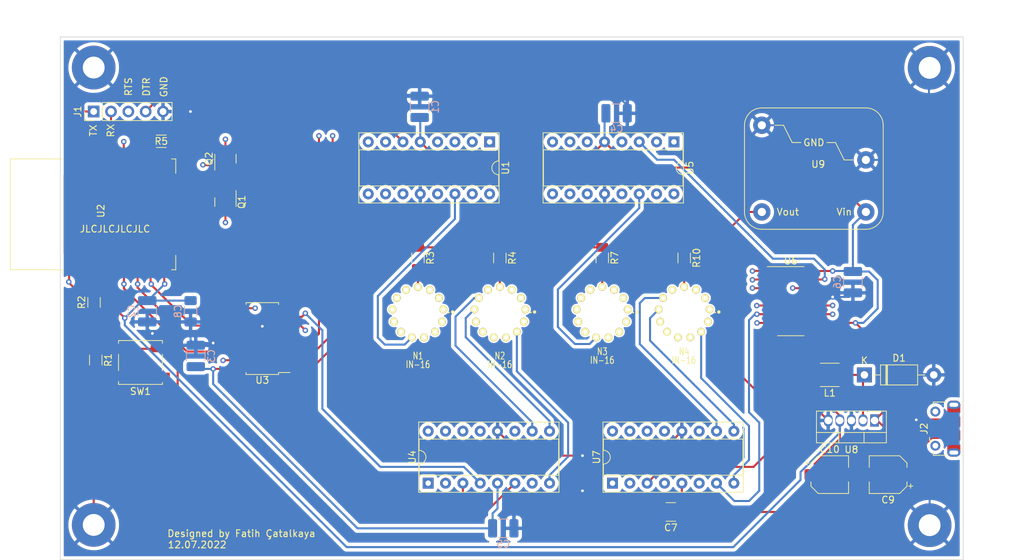
<source format=kicad_pcb>
(kicad_pcb (version 20211014) (generator pcbnew)
  (layers (0 "F.Cu" signal) (1 "In1.Cu" signal) (2 "In2.Cu" signal) (31 "B.Cu" signal) (34 "B.Paste" user) (35 "F.Paste" user) (36 "B.SilkS" user "B.Silkscreen") (37 "F.SilkS" user "F.Silkscreen") (38 "B.Mask" user) (39 "F.Mask" user) (44 "Edge.Cuts" user))
  (net 0 "")
  (net 1 "+5V")
  (net 2 "GND")
  (net 3 "+3.3V")
  (net 4 "Net-(D1-Pad1)")
  (net 5 "/RX")
  (net 6 "/TX")
  (net 7 "/DTR")
  (net 8 "/RTS")
  (net 13 "170V")
  (net 16 "Net-(N1-PadA)")
  (net 17 "Net-(N1-Pad9)")
  (net 18 "Net-(N1-Pad8)")
  (net 19 "Net-(N1-Pad7)")
  (net 20 "Net-(N1-Pad6)")
  (net 21 "Net-(N1-Pad5)")
  (net 22 "Net-(N1-Pad4)")
  (net 23 "Net-(N1-Pad3)")
  (net 24 "Net-(N1-Pad2)")
  (net 25 "Net-(N1-Pad1)")
  (net 26 "Net-(N1-Pad0)")
  (net 29 "Net-(N2-PadA)")
  (net 30 "Net-(N2-Pad9)")
  (net 31 "Net-(N2-Pad8)")
  (net 32 "Net-(N2-Pad7)")
  (net 33 "Net-(N2-Pad6)")
  (net 34 "Net-(N2-Pad5)")
  (net 35 "Net-(N2-Pad4)")
  (net 36 "Net-(N2-Pad3)")
  (net 37 "Net-(N2-Pad2)")
  (net 38 "Net-(N2-Pad1)")
  (net 39 "Net-(N2-Pad0)")
  (net 42 "Net-(N3-PadA)")
  (net 43 "Net-(N3-Pad9)")
  (net 44 "Net-(N3-Pad8)")
  (net 45 "Net-(N3-Pad7)")
  (net 46 "Net-(N3-Pad6)")
  (net 47 "Net-(N3-Pad5)")
  (net 48 "Net-(N3-Pad4)")
  (net 49 "Net-(N3-Pad3)")
  (net 50 "Net-(N3-Pad2)")
  (net 51 "Net-(N3-Pad1)")
  (net 52 "Net-(N3-Pad0)")
  (net 55 "Net-(N4-PadA)")
  (net 56 "Net-(N4-Pad9)")
  (net 57 "Net-(N4-Pad8)")
  (net 58 "Net-(N4-Pad7)")
  (net 59 "Net-(N4-Pad6)")
  (net 60 "Net-(N4-Pad5)")
  (net 61 "Net-(N4-Pad4)")
  (net 62 "Net-(N4-Pad3)")
  (net 63 "Net-(N4-Pad2)")
  (net 64 "Net-(N4-Pad1)")
  (net 65 "Net-(N4-Pad0)")
  (net 66 "RST")
  (net 67 "GPIO0")
  (net 68 "Net-(R2-Pad2)")
  (net 69 "Net-(R5-Pad2)")
  (net 72 "SER")
  (net 73 "RCLK")
  (net 74 "SR_CLK")
  (net 83 "unconnected-(U2-Pad20)")
  (net 84 "Net-(U3-Pad4)")
  (net 85 "Net-(U3-Pad5)")
  (net 86 "Net-(U3-Pad6)")
  (net 87 "Net-(U3-Pad7)")
  (net 88 "Net-(U3-Pad9)")
  (net 89 "Net-(U3-Pad1)")
  (net 90 "Net-(U3-Pad2)")
  (net 91 "Net-(U3-Pad3)")
  (net 92 "Net-(U3-Pad15)")
  (net 93 "Net-(U6-Pad4)")
  (net 94 "Net-(U6-Pad5)")
  (net 95 "Net-(U6-Pad6)")
  (net 96 "Net-(U6-Pad7)")
  (net 98 "Net-(U6-Pad15)")
  (net 99 "Net-(U6-Pad3)")
  (net 100 "Net-(U6-Pad2)")
  (net 101 "Net-(U6-Pad1)")
  (footprint "Capacitor_SMD:CP_Elec_5x3" (layer "F.Cu") (at 177.875 119.63 180)
    (fp_text reference "C9")
    (fp_text value "330uF")
  )
  (footprint "Package_TO_SOT_SMD:SOT-23" (layer "F.Cu") (at 80.8 73.35 90)
    (fp_text reference "Q2")
    (fp_text value "BC847")
  )
  (footprint "Package_SO:SOIC-16_4.55x10.3mm_P1.27mm" (layer "F.Cu") (at 86.2 99.7 180)
    (fp_text reference "U3")
    (fp_text value "74HC595")
  )
  (footprint "Connector_PinHeader_2.54mm:PinHeader_1x05_P2.54mm_Vertical" (layer "F.Cu") (at 61.495 66.44 90)
    (fp_text reference "J1")
    (fp_text value "Conn_01x05_Male")
  )
  (footprint "in-16:russian-nixies-IN-16" (layer "F.Cu") (at 109 95.885 180)
    (fp_text reference "N1")
    (fp_text value "IN-16")
  )
  (footprint "Package_DIP:DIP-16_W7.62mm_Socket" (layer "F.Cu") (at 119.5 70.885 -90)
    (fp_text reference "U1")
    (fp_text value "K155ID1")
  )
  (footprint "Resistor_SMD:R_1206_3216Metric_Pad1.30x1.75mm_HandSolder" (layer "F.Cu") (at 61.55 94.4 90)
    (fp_text reference "R2")
    (fp_text value "10K")
  )
  (footprint "Resistor_SMD:R_1206_3216Metric_Pad1.30x1.75mm_HandSolder" (layer "F.Cu") (at 148 87.885 -90)
    (fp_text reference "R10")
    (fp_text value "10k")
  )
  (footprint "Capacitor_SMD:C_1210_3225Metric_Pad1.33x2.70mm_HandSolder" (layer "F.Cu") (at 146.05 125.1 180)
    (fp_text reference "C7")
    (fp_text value "0.1uF")
  )
  (footprint "Capacitor_SMD:CP_Elec_5x3" (layer "F.Cu") (at 169.325 119.63)
    (fp_text reference "C10")
    (fp_text value "330uF")
  )
  (footprint "in-16:russian-nixies-IN-16" (layer "F.Cu") (at 136 95.885 180)
    (fp_text reference "N3")
    (fp_text value "IN-16")
  )
  (footprint "Package_SO:SOIC-16_3.9x9.9mm_P1.27mm" (layer "F.Cu") (at 163.62 94.225)
    (fp_text reference "U6")
    (fp_text value "74HC595")
  )
  (footprint "Package_TO_SOT_THT:TO-220-5_Vertical" (layer "F.Cu") (at 175.9 111.7 180)
    (fp_text reference "U8")
    (fp_text value "LM2575-3.3BT")
  )
  (footprint "" (layer "F.Cu") (at 183.96 127.04)
    (fp_text reference "")
    (fp_text value "")
  )
  (footprint "Button_Switch_SMD:SW_Push_1P1T_NO_CK_KSC7xxJ" (layer "F.Cu") (at 68.35 103.2)
    (fp_text reference "SW1")
    (fp_text value "SW_Push")
  )
  (footprint "MountingHole:MountingHole_3.2mm_M3_Pad" (layer "F.Cu") (at 64.68 125.67)
    (fp_text reference "H3")
    (fp_text value "MountingHole_Pad")
  )
  (footprint "Connector_USB:USB_Micro-B_Molex-105017-0001" (layer "F.Cu") (at 186.26 112.9 90)
    (fp_text reference "J2")
    (fp_text value "USB_B_Micro")
  )
  (footprint "Resistor_SMD:R_1206_3216Metric_Pad1.30x1.75mm_HandSolder" (layer "F.Cu") (at 121 87.885 -90)
    (fp_text reference "R4")
    (fp_text value "10k")
  )
  (footprint "MountingHole:MountingHole_3.2mm_M3_Pad" (layer "F.Cu") (at 183.88 59.94 90)
    (fp_text reference "H2")
    (fp_text value "MountingHole_Pad")
  )
  (footprint "Diode_THT:D_DO-41_SOD81_P10.16mm_Horizontal" (layer "F.Cu") (at 174.405 105.025)
    (fp_text reference "D1")
    (fp_text value "1N5819")
  )
  (footprint "Package_DIP:DIP-16_W7.62mm_Socket" (layer "F.Cu") (at 137.5 120.885 90)
    (fp_text reference "U7")
    (fp_text value "K155ID1")
  )
  (footprint "MountingHole:MountingHole_3.2mm_M3_Pad" (layer "F.Cu") (at 61.42 59.9 90)
    (fp_text reference "H4")
    (fp_text value "MountingHole_Pad")
  )
  (footprint "Inductor_SMD:L_1812_4532Metric_Pad1.30x3.40mm_HandSolder" (layer "F.Cu") (at 169.325 105.025 180)
    (fp_text reference "L1")
    (fp_text value "330uH")
  )
  (footprint "RF_Module:ESP-12E" (layer "F.Cu") (at 61.4 81.5 90)
    (fp_text reference "U2")
    (fp_text value "ESP-12E")
  )
  (footprint "Resistor_SMD:R_1206_3216Metric_Pad1.30x1.75mm_HandSolder" (layer "F.Cu") (at 71.4 70.8 180)
    (fp_text reference "R5")
    (fp_text value "10K")
  )
  (footprint "in-16:russian-nixies-IN-16" (layer "F.Cu") (at 148 95.885 180)
    (fp_text reference "N4")
    (fp_text value "IN-16")
  )
  (footprint "Package_TO_SOT_SMD:SOT-23" (layer "F.Cu") (at 80.8 79.7 -90)
    (fp_text reference "Q1")
    (fp_text value "BC847")
  )
  (footprint "Resistor_SMD:R_1206_3216Metric_Pad1.30x1.75mm_HandSolder" (layer "F.Cu") (at 136 87.885 -90)
    (fp_text reference "R7")
    (fp_text value "10k")
  )
  (footprint "in-16:russian-nixies-IN-16" (layer "F.Cu") (at 121 95.885 180)
    (fp_text reference "N2")
    (fp_text value "IN-16")
  )
  (footprint "Package_DIP:DIP-16_W7.62mm_Socket" (layer "F.Cu") (at 146.5 70.885 -90)
    (fp_text reference "U5")
    (fp_text value "K155ID1")
  )
  (footprint "Resistor_SMD:R_1206_3216Metric_Pad1.30x1.75mm_HandSolder" (layer "F.Cu") (at 61.8 102.85 -90)
    (fp_text reference "R1")
    (fp_text value "10K")
  )
  (footprint "nch_psu:NCH8200HV" (layer "F.Cu") (at 167.635 74.165 180)
    (fp_text reference "U9")
    (fp_text value "NCH8200HV")
  )
  (footprint "Package_DIP:DIP-16_W7.62mm_Socket" (layer "F.Cu") (at 110.5 120.885 90)
    (fp_text reference "U4")
    (fp_text value "K155ID1")
  )
  (footprint "Resistor_SMD:R_1206_3216Metric_Pad1.30x1.75mm_HandSolder" (layer "F.Cu") (at 109 87.885 -90)
    (fp_text reference "R3")
    (fp_text value "10k")
  )
  (footprint "Capacitor_SMD:C_1210_3225Metric_Pad1.33x2.70mm_HandSolder" (layer "B.Cu") (at 69.34 95.7025 -90)
    (fp_text reference "C2")
    (fp_text value "0.1uF")
  )
  (footprint "Capacitor_SMD:C_1206_3216Metric_Pad1.33x1.80mm_HandSolder" (layer "B.Cu") (at 75.69 95.7025 -90)
    (fp_text reference "C8")
    (fp_text value "470pF")
  )
  (footprint "Capacitor_SMD:C_1210_3225Metric_Pad1.33x2.70mm_HandSolder" (layer "B.Cu") (at 76.45 102.25 90)
    (fp_text reference "C3")
    (fp_text value "0.1uF")
  )
  (footprint "Capacitor_SMD:C_1210_3225Metric_Pad1.33x2.70mm_HandSolder" (layer "B.Cu") (at 138.1 66.7)
    (fp_text reference "C4")
    (fp_text value "0.1uF")
  )
  (footprint "Capacitor_SMD:C_1210_3225Metric_Pad1.33x2.70mm_HandSolder" (layer "B.Cu") (at 109.25 65.75 90)
    (fp_text reference "C1")
    (fp_text value "0.1uF")
  )
  (footprint "Capacitor_SMD:C_1210_3225Metric_Pad1.33x2.70mm_HandSolder" (layer "B.Cu") (at 172.72 91.44 -90)
    (fp_text reference "C6")
    (fp_text value "0.1uF")
  )
  (footprint "Capacitor_SMD:C_1210_3225Metric_Pad1.33x2.70mm_HandSolder" (layer "B.Cu") (at 121.5 127.5)
    (fp_text reference "C5")
    (fp_text value "0.1uF")
  )
  (gr_rect (start 56.6 55.51) (end 188.87 132.1) (layer "Edge.Cuts") (width 0.1) (fill none))
  (gr_text "JLCJLCJLCJLC" (at 64.62 83.64) (layer "F.SilkS") (effects (font (size 1 1))))
  (gr_text "Designed by Fatih Çatalkaya" (at 83.14 128.26) (layer "F.SilkS") (effects (font (size 1 1))))
  (gr_text "GND" (at 71.78 62.81 90) (layer "F.SilkS") (effects (font (size 1 1))))
  (gr_text "DTR" (at 69.22 62.82 90) (layer "F.SilkS") (effects (font (size 1 1))))
  (gr_text "RX" (at 64 69.23 90) (layer "F.SilkS") (effects (font (size 1 1))))
  (gr_text "TX" (at 61.44 69.23 90) (layer "F.SilkS") (effects (font (size 1 1))))
  (gr_text "RTS" (at 66.6 62.81 90) (layer "F.SilkS") (effects (font (size 1 1))))
  (gr_text "12.07.2022" (at 76.66 129.91) (layer "F.SilkS") (effects (font (size 1 1))))
  (segment (start 179.65 107.95) (end 179.65 103.95) (width 0.3) (layer "F.Cu") (net 1))
  (segment (start 173.1 97.4) (end 166.095 97.4) (width 0.3) (layer "F.Cu") (net 1))
  (segment (start 174.62 81.15) (end 168.12 74.65) (width 0.3) (layer "F.Cu") (net 1))
  (segment (start 136.34 67.4725) (end 136.5 67.3125) (width 0.3) (layer "F.Cu") (net 1))
  (segment (start 180.075 123.625) (end 178.6 125.1) (width 0.3) (layer "F.Cu") (net 1))
  (segment (start 112.805 74.35) (end 109.34 70.885) (width 0.3) (layer "F.Cu") (net 1))
  (segment (start 147.6125 125.1) (end 147.66 125.0525) (width 0.3) (layer "F.Cu") (net 1))
  (segment (start 169.75 89.8) (end 166.115 89.8) (width 0.3) (layer "F.Cu") (net 1))
  (segment (start 184.3225 114.2) (end 183.0475 115.475) (width 0.3) (layer "F.Cu") (net 1))
  (segment (start 183.0475 115.475) (end 180.075 115.475) (width 0.3) (layer "F.Cu") (net 1))
  (segment (start 132.875 74.35) (end 112.805 74.35) (width 0.3) (layer "F.Cu") (net 1))
  (segment (start 168.12 74.65) (end 140.105 74.65) (width 0.3) (layer "F.Cu") (net 1))
  (segment (start 140.105 74.65) (end 136.34 70.885) (width 0.3) (layer "F.Cu") (net 1))
  (segment (start 180.075 115.475) (end 176.3 111.7) (width 0.3) (layer "F.Cu") (net 1))
  (segment (start 147.66 125.0525) (end 147.66 120.885) (width 0.3) (layer "F.Cu") (net 1))
  (segment (start 178.6 125.1) (end 147.6125 125.1) (width 0.3) (layer "F.Cu") (net 1))
  (segment (start 175.9 111.7) (end 179.65 107.95) (width 0.3) (layer "F.Cu") (net 1))
  (segment (start 179.65 103.95) (end 173.1 97.4) (width 0.3) (layer "F.Cu") (net 1))
  (segment (start 82.95 104.145) (end 79.005 104.145) (width 0.3) (layer "F.Cu") (net 1))
  (segment (start 82.9075 104.1025) (end 82.95 104.145) (width 0.3) (layer "F.Cu") (net 1))
  (segment (start 176.3 111.7) (end 175.9 111.7) (width 0.3) (layer "F.Cu") (net 1))
  (segment (start 166.115 89.8) (end 166.095 89.78) (width 0.3) (layer "F.Cu") (net 1))
  (segment (start 184.7975 114.2) (end 184.3225 114.2) (width 0.3) (layer "F.Cu") (net 1))
  (segment (start 180.075 119.63) (end 180.075 123.625) (width 0.3) (layer "F.Cu") (net 1))
  (segment (start 136.34 70.885) (end 132.875 74.35) (width 0.3) (layer "F.Cu") (net 1))
  (segment (start 180.075 119.63) (end 180.075 115.475) (width 0.3) (layer "F.Cu") (net 1))
  (segment (start 79.005 104.145) (end 79 104.15) (width 0.3) (layer "F.Cu") (net 1))
  (via (at 169.75 89.8) (size 0.8) (drill 0.4) (layers "F.Cu" "B.Cu") (net 1))
  (via (at 79 104.15) (size 0.8) (drill 0.4) (layers "F.Cu" "B.Cu") (net 1))
  (via (at 173.1 97.4) (size 0.8) (drill 0.4) (layers "F.Cu" "B.Cu") (net 1))
  (segment (start 109.34 70.885) (end 109.34 67.4025) (width 0.3) (layer "B.Cu") (net 1))
  (segment (start 172.72 83.05) (end 174.62 81.15) (width 0.3) (layer "B.Cu") (net 1))
  (segment (start 109.34 67.4025) (end 109.25 67.3125) (width 0.3) (layer "B.Cu") (net 1))
  (segment (start 79 106.3625) (end 79.01875 106.38125) (width 0.3) (layer "B.Cu") (net 1))
  (segment (start 100.1375 127.5) (end 79.01875 106.38125) (width 0.3) (layer "B.Cu") (net 1))
  (segment (start 136.34 70.885) (end 136.34 66.8975) (width 0.3) (layer "B.Cu") (net 1))
  (segment (start 120.66 124.59) (end 120.66 120.885) (width 0.3) (layer "B.Cu") (net 1))
  (segment (start 176.35 95.3) (end 174.25 97.4) (width 0.3) (layer "B.Cu") (net 1))
  (segment (start 174.25 97.4) (end 173.1 97.4) (width 0.3) (layer "B.Cu") (net 1))
  (segment (start 79 104.15) (end 79 106.3625) (width 0.3) (layer "B.Cu") (net 1))
  (segment (start 119.9375 127.5) (end 100.1375 127.5) (width 0.3) (layer "B.Cu") (net 1))
  (segment (start 169.75 89.8) (end 172.6425 89.8) (width 0.3) (layer "B.Cu") (net 1))
  (segment (start 136.34 66.8975) (end 136.5375 66.7) (width 0.3) (layer "B.Cu") (net 1))
  (segment (start 119.9375 125.3125) (end 120.66 124.59) (width 0.3) (layer "B.Cu") (net 1))
  (segment (start 176.35 91.15) (end 176.35 95.3) (width 0.3) (layer "B.Cu") (net 1))
  (segment (start 172.72 89.8775) (end 175.0775 89.8775) (width 0.3) (layer "B.Cu") (net 1))
  (segment (start 172.6425 89.8) (end 172.72 89.8775) (width 0.3) (layer "B.Cu") (net 1))
  (segment (start 119.9375 127.5) (end 119.9375 125.3125) (width 0.3) (layer "B.Cu") (net 1))
  (segment (start 172.72 89.8775) (end 172.72 83.05) (width 0.3) (layer "B.Cu") (net 1))
  (segment (start 175.0775 89.8775) (end 176.35 91.15) (width 0.3) (layer "B.Cu") (net 1))
  (segment (start 76.7875 104.15) (end 76.45 103.8125) (width 0.3) (layer "B.Cu") (net 1))
  (segment (start 79 104.15) (end 76.7875 104.15) (width 0.3) (layer "B.Cu") (net 1))
  (segment (start 73.8 107.19) (end 61.5 119.49) (width 0.3) (layer "F.Cu") (net 2))
  (segment (start 164.86 93.59) (end 166.095 93.59) (width 0.3) (layer "F.Cu") (net 2))
  (segment (start 86.2 97.9) (end 83.765 100.335) (width 0.3) (layer "F.Cu") (net 2))
  (segment (start 172.5 111.7) (end 172.5 116.2) (width 0.3) (layer "F.Cu") (net 2))
  (segment (start 171.525 119.63) (end 173.57 119.63) (width 0.3) (layer "F.Cu") (net 2))
  (segment (start 71.25 101.2) (end 71.97 101.2) (width 0.3) (layer "F.Cu") (net 2))
  (segment (start 71.25 100.1) (end 70.1 98.95) (width 0.3) (layer "F.Cu") (net 2))
  (segment (start 161.145 98.67) (end 162.28 98.67) (width 0.3) (layer "F.Cu") (net 2))
  (segment (start 182 111.6) (end 184.7475 111.6) (width 0.3) (layer "F.Cu") (net 2))
  (segment (start 172.5 116.2) (end 173.57 117.27) (width 0.3) (layer "F.Cu") (net 2))
  (segment (start 169.1 111.7) (end 161.145 103.745) (width 0.3) (layer "F.Cu") (net 2))
  (segment (start 76.38 70.8) (end 76.78 70.4) (width 0.3) (layer "F.Cu") (net 2))
  (segment (start 147.66 113.265) (end 144.075 116.85) (width 0.3) (layer "F.Cu") (net 2))
  (segment (start 71.25 101.2) (end 71.25 100.1) (width 0.3) (layer "F.Cu") (net 2))
  (segment (start 163.6 97.35) (end 163.6 94.85) (width 0.3) (layer "F.Cu") (net 2))
  (segment (start 133.1 122) (end 133.1 116.85) (width 0.3) (layer "F.Cu") (net 2))
  (segment (start 133.1 122) (end 136.2 125.1) (width 0.3) (layer "F.Cu") (net 2))
  (segment (start 83.765 100.335) (end 82.95 100.335) (width 0.3) (layer "F.Cu") (net 2))
  (segment (start 166.105 93.6) (end 166.095 93.59) (width 0.3) (layer "F.Cu") (net 2))
  (segment (start 75.67 66.44) (end 76.78 67.55) (width 0.3) (layer "F.Cu") (net 2))
  (segment (start 144.075 116.85) (end 133.1 116.85) (width 0.3) (layer "F.Cu") (net 2))
  (segment (start 82.945 100.33) (end 82.95 100.335) (width 0.3) (layer "F.Cu") (net 2))
  (segment (start 76.78 67.55) (end 76.78 70.4) (width 0.3) (layer "F.Cu") (net 2))
  (segment (start 124.245 116.85) (end 120.66 113.265) (width 0.3) (layer "F.Cu") (net 2))
  (segment (start 163.6 94.85) (end 164.86 93.59) (width 0.3) (layer "F.Cu") (net 2))
  (segment (start 184.7475 111.55) (end 184.7975 111.6) (width 0.3) (layer "F.Cu") (net 2))
  (segment (start 71.655 66.44) (end 75.67 66.44) (width 0.3) (layer "F.Cu") (net 2))
  (segment (start 136.2 125.1) (end 144.4875 125.1) (width 0.3) (layer "F.Cu") (net 2))
  (segment (start 71.25 101.2) (end 65.45 101.2) (width 0.3) (layer "F.Cu") (net 2))
  (segment (start 173.57 117.27) (end 173.57 119.63) (width 0.3) (layer "F.Cu") (net 2))
  (segment (start 71.9 71.85) (end 72.95 70.8) (width 0.3) (layer "F.Cu") (net 2))
  (segment (start 161.145 103.745) (end 161.145 98.67) (width 0.3) (layer "F.Cu") (net 2))
  (segment (start 133.05 116.85) (end 124.245 116.85) (width 0.3) (layer "F.Cu") (net 2))
  (segment (start 173.57 119.63) (end 175.675 119.63) (width 0.3) (layer "F.Cu") (net 2))
  (segment (start 72.95 70.8) (end 76.38 70.8) (width 0.3) (layer "F.Cu") (net 2))
  (segment (start 169.75 93.6) (end 166.105 93.6) (width 0.3) (layer "F.Cu") (net 2))
  (segment (start 82.95 100.335) (end 79.015 100.335) (width 0.3) (layer "F.Cu") (net 2))
  (segment (start 71.9 73.9) (end 71.9 71.85) (width 0.3) (layer "F.Cu") (net 2))
  (segment (start 133.1 116.85) (end 133.05 116.85) (width 0.3) (layer "F.Cu") (net 2))
  (segment (start 162.28 98.67) (end 163.6 97.35) (width 0.3) (layer "F.Cu") (net 2))
  (segment (start 89.45 95.255) (end 88.845 95.255) (width 0.3) (layer "F.Cu") (net 2))
  (segment (start 71.97 101.2) (end 73.8 103.03) (width 0.3) (layer "F.Cu") (net 2))
  (segment (start 88.845 95.255) (end 86.2 97.9) (width 0.3) (layer "F.Cu") (net 2))
  (segment (start 79.015 100.335) (end 79 100.35) (width 0.3) (layer "F.Cu") (net 2))
  (segment (start 61.5 119.49) (end 61.5 127) (width 0.3) (layer "F.Cu") (net 2))
  (segment (start 73.8 103.03) (end 73.8 107.19) (width 0.3) (layer "F.Cu") (net 2))
  (via (at 86.2 97.9) (size 0.8) (drill 0.4) (layers "F.Cu" "B.Cu") (net 2))
  (via (at 133.1 116.85) (size 0.8) (drill 0.4) (layers "F.Cu" "B.Cu") (net 2))
  (via (at 169.75 93.6) (size 0.8) (drill 0.4) (layers "F.Cu" "B.Cu") (net 2))
  (via (at 70.1 98.95) (size 0.8) (drill 0.4) (layers "F.Cu" "B.Cu") (net 2))
  (via (at 75.67 66.44) (size 0.8) (drill 0.4) (layers "F.Cu" "B.Cu") (net 2))
  (via (at 182 111.6) (size 0.8) (drill 0.4) (layers "F.Cu" "B.Cu") (net 2))
  (via (at 79 100.35) (size 0.8) (drill 0.4) (layers "F.Cu" "B.Cu") (net 2))
  (via (at 133.1 122) (size 0.8) (drill 0.4) (layers "F.Cu" "B.Cu") (net 2))
  (segment (start 158.8 124.55) (end 162.75 120.6) (width 0.3) (layer "B.Cu") (net 2))
  (segment (start 183.75 125.6) (end 182.2 127.15) (width 0.3) (layer "B.Cu") (net 2))
  (segment (start 176.93 73.53) (end 184.565 81.165) (width 0.3) (layer "B.Cu") (net 2))
  (segment (start 79 100.35) (end 76.7875 100.35) (width 0.3) (layer "B.Cu") (net 2))
  (segment (start 172.09 71) (end 174.62 73.53) (width 0.3) (layer "B.Cu") (net 2))
  (segment (start 139.6625 65.5625) (end 139.6625 66.7) (width 0.3) (layer "B.Cu") (net 2))
  (segment (start 127.6 127.5) (end 133.1 122) (width 0.3) (layer "B.Cu") (net 2))
  (segment (start 123.0625 127.5) (end 127.6 127.5) (width 0.3) (layer "B.Cu") (net 2))
  (segment (start 136.34 76.59) (end 133.1 73.35) (width 0.3) (layer "B.Cu") (net 2))
  (segment (start 126.15 73.35) (end 125.3 72.5) (width 0.3) (layer "B.Cu") (net 2))
  (segment (start 90.75 93.4) (end 86.35 97.8) (width 0.3) (layer "B.Cu") (net 2))
  (segment (start 97.01 66.44) (end 99.45 64) (width 0.3) (layer "B.Cu") (net 2))
  (segment (start 183.96 119.21) (end 183.96 127.04) (width 0.3) (layer "B.Cu") (net 2))
  (segment (start 174.62 73.53) (end 176.93 73.53) (width 0.3) (layer "B.Cu") (net 2))
  (segment (start 129.65 64.1) (end 138.2 64.1) (width 0.3) (layer "B.Cu") (net 2))
  (segment (start 69.34 98.19) (end 70.1 98.95) (width 0.3) (layer "B.Cu") (net 2))
  (segment (start 159.38 68.45) (end 157.63 66.7) (width 0.3) (layer "B.Cu") (net 2))
  (segment (start 125.3 68.45) (end 129.65 64.1) (width 0.3) (layer "B.Cu") (net 2))
  (segment (start 157.63 66.7) (end 139.6625 66.7) (width 0.3) (layer "B.Cu") (net 2))
  (segment (start 109.25 64.1875) (end 121.0375 64.1875) (width 0.3) (layer "B.Cu") (net 2))
  (segment (start 184.565 65.805) (end 183.86 65.1) (width 0.3) (layer "B.Cu") (net 2))
  (segment (start 92.45 93.4) (end 90.75 93.4) (width 0.3) (layer "B.Cu") (net 2))
  (segment (start 108 82.3) (end 96.9 93.4) (width 0.3) (layer "B.Cu") (net 2))
  (segment (start 86.35 97.8) (end 86.25 97.9) (width 0.3) (layer "B.Cu") (net 2))
  (segment (start 138.2 64.1) (end 139.6625 65.5625) (width 0.3) (layer "B.Cu") (net 2))
  (segment (start 172.1225 93.6) (end 169.75 93.6) (width 0.3) (layer "B.Cu") (net 2))
  (segment (start 75.69 97.265) (end 75.69 99.9275) (width 0.3) (layer "B.Cu") (net 2))
  (segment (start 134.55 122) (end 137.1 124.55) (width 0.3) (layer "B.Cu") (net 2))
  (segment (start 182 111.6) (end 182 117.25) (width 0.3) (layer "B.Cu") (net 2))
  (segment (start 162.75 120.6) (end 162.75 114.15) (width 0.3) (layer "B.Cu") (net 2))
  (segment (start 172.72 93.0025) (end 172.1225 93.6) (width 0.3) (layer "B.Cu") (net 2))
  (segment (start 75.69 99.9275) (end 76.45 100.6875) (width 0.3) (layer "B.Cu") (net 2))
  (segment (start 137.1 124.55) (end 158.8 124.55) (width 0.3) (layer "B.Cu") (net 2))
  (segment (start 162.75 114.15) (end 165.2 111.7) (width 0.3) (layer "B.Cu") (net 2))
  (segment (start 133.1 122) (end 134.55 122) (width 0.3) (layer "B.Cu") (net 2))
  (segment (start 69.34 97.265) (end 69.34 98.19) (width 0.3) (layer "B.Cu") (net 2))
  (segment (start 75.67 66.44) (end 97.01 66.44) (width 0.3) (layer "B.Cu") (net 2))
  (segment (start 109.34 80.96) (end 108 82.3) (width 0.3) (layer "B.Cu") (net 2))
  (segment (start 99.45 64) (end 109.0625 64) (width 0.3) (layer "B.Cu") (net 2))
  (segment (start 121.0375 64.1875) (end 125.3 68.45) (width 0.3) (layer "B.Cu") (net 2))
  (segment (start 76.7875 100.35) (end 76.45 100.6875) (width 0.3) (layer "B.Cu") (net 2))
  (segment (start 109.34 78.505) (end 109.34 80.96) (width 0.3) (layer "B.Cu") (net 2))
  (segment (start 125.3 72.5) (end 125.3 68.45) (width 0.3) (layer "B.Cu") (net 2))
  (segment (start 184.565 81.165) (end 184.565 105.025) (width 0.3) (layer "B.Cu") (net 2))
  (segment (start 184.565 81.165) (end 184.565 65.805) (width 0.3) (layer "B.Cu") (net 2))
  (segment (start 96.9 93.4) (end 92.45 93.4) (width 0.3) (layer "B.Cu") (net 2))
  (segment (start 182 117.25) (end 183.96 119.21) (width 0.3) (layer "B.Cu") (net 2))
  (segment (start 133.1 73.35) (end 126.15 73.35) (width 0.3) (layer "B.Cu") (net 2))
  (segment (start 136.34 78.505) (end 136.34 76.59) (width 0.3) (layer "B.Cu") (net 2))
  (segment (start 109.0625 64) (end 109.25 64.1875) (width 0.3) (layer "B.Cu") (net 2))
  (segment (start 163.8 71) (end 172.09 71) (width 0.3) (layer "B.Cu") (net 2))
  (segment (start 69.34 97.265) (end 75.69 97.265) (width 0.3) (layer "B.Cu") (net 2))
  (segment (start 159.38 68.45) (end 161.25 68.45) (width 0.3) (layer "B.Cu") (net 2))
  (segment (start 165.2 111.7) (end 169.1 111.7) (width 0.3) (layer "B.Cu") (net 2))
  (segment (start 161.25 68.45) (end 163.8 71) (width 0.3) (layer "B.Cu") (net 2))
  (segment (start 183.86 65.1) (end 183.86 60.43) (width 0.3) (layer "B.Cu") (net 2))
  (segment (start 170.8 114.4) (end 170.8 111.7) (width 0.3) (layer "F.Cu") (net 3))
  (segment (start 170.8 111.7) (end 170.8 111) (width 0.3) (layer "F.Cu") (net 3))
  (segment (start 61.8 96.2) (end 61.55 95.95) (width 0.3) (layer "F.Cu") (net 3))
  (segment (start 71.83 89.13) (end 71.83 91.72) (width 0.3) (layer "F.Cu") (net 3))
  (segment (start 61.55 95.95) (end 65.3 95.95) (width 0.3) (layer "F.Cu") (net 3))
  (segment (start 65.3 95.95) (end 66.05 96.7) (width 0.3) (layer "F.Cu") (net 3))
  (segment (start 167.125 118.075) (end 170.8 114.4) (width 0.3) (layer "F.Cu") (net 3))
  (segment (start 167.1 107.3) (end 167.1 105.025) (width 0.3) (layer "F.Cu") (net 3))
  (segment (start 170.8 111) (end 167.1 107.3) (width 0.3) (layer "F.Cu") (net 3))
  (segment (start 167.125 119.63) (end 167.125 118.075) (width 0.3) (layer "F.Cu") (net 3))
  (segment (start 61.8 101.3) (end 61.8 96.2) (width 0.3) (layer "F.Cu") (net 3))
  (via (at 71.9 91.7) (size 0.8) (drill 0.4) (layers "F.Cu" "B.Cu") (net 3))
  (via (at 66.05 96.7) (size 0.8) (drill 0.4) (layers "F.Cu" "B.Cu") (net 3))
  (segment (start 66.05 97.75) (end 98.55 130.25) (width 0.3) (layer "B.Cu") (net 3))
  (segment (start 75.8 94.03) (end 75.69 94.14) (width 0.3) (layer "B.Cu") (net 3))
  (segment (start 69.34 94.14) (end 68.61 94.14) (width 0.3) (layer "B.Cu") (net 3))
  (segment (start 69.34 94.14) (end 69.46 94.14) (width 0.3) (layer "B.Cu") (net 3))
  (segment (start 75.69 94.14) (end 69.34 94.14) (width 0.3) (layer "B.Cu") (net 3))
  (segment (start 68.61 94.14) (end 66.05 96.7) (width 0.3) (layer "B.Cu") (net 3))
  (segment (start 66.05 96.7) (end 66.05 97.75) (width 0.3) (layer "B.Cu") (net 3))
  (segment (start 165.05 119.25) (end 170.8 113.5) (width 0.3) (layer "B.Cu") (net 3))
  (segment (start 69.46 94.14) (end 71.9 91.7) (width 0.3) (layer "B.Cu") (net 3))
  (segment (start 98.55 130.25) (end 155.2 130.25) (width 0.3) (layer "B.Cu") (net 3))
  (segment (start 170.8 113.5) (end 170.8 111.7) (width 0.3) (layer "B.Cu") (net 3))
  (segment (start 165.05 120.4) (end 165.05 119.25) (width 0.3) (layer "B.Cu") (net 3))
  (segment (start 155.2 130.25) (end 165.05 120.4) (width 0.3) (layer "B.Cu") (net 3))
  (segment (start 174.2 111.7) (end 174.2 105.23) (width 0.3) (layer "F.Cu") (net 4))
  (segment (start 174.405 105.025) (end 171.55 105.025) (width 0.3) (layer "F.Cu") (net 4))
  (segment (start 174.2 105.23) (end 174.405 105.025) (width 0.3) (layer "F.Cu") (net 4))
  (segment (start 64.035 67.815) (end 64.035 66.44) (width 0.3) (layer "F.Cu") (net 5))
  (segment (start 59.9 73.9) (end 59.9 69.85) (width 0.3) (layer "F.Cu") (net 5))
  (segment (start 60.8 68.95) (end 62.9 68.95) (width 0.3) (layer "F.Cu") (net 5))
  (segment (start 59.9 69.85) (end 60.8 68.95) (width 0.3) (layer "F.Cu") (net 5))
  (segment (start 62.9 68.95) (end 64.035 67.815) (width 0.3) (layer "F.Cu") (net 5))
  (segment (start 57.9 67.95) (end 57.9 73.9) (width 0.3) (layer "F.Cu") (net 6))
  (segment (start 61.495 66.44) (end 59.41 66.44) (width 0.3) (layer "F.Cu") (net 6))
  (segment (start 59.41 66.44) (end 57.9 67.95) (width 0.3) (layer "F.Cu") (net 6))
  (segment (start 83.15 68.65) (end 83.15 72.8875) (width 0.3) (layer "F.Cu") (net 7))
  (segment (start 71.525 64.04) (end 71.52 64.035) (width 0.3) (layer "F.Cu") (net 7))
  (segment (start 71.52 64.035) (end 69.115 66.44) (width 0.3) (layer "F.Cu") (net 7))
  (segment (start 81.75 78.7625) (end 81.75 74.2875) (width 0.3) (layer "F.Cu") (net 7))
  (segment (start 78.54 64.04) (end 83.15 68.65) (width 0.3) (layer "F.Cu") (net 7))
  (segment (start 83.15 72.8875) (end 81.75 74.2875) (width 0.3) (layer "F.Cu") (net 7))
  (segment (start 78.54 64.04) (end 71.525 64.04) (width 0.3) (layer "F.Cu") (net 7))
  (segment (start 79.85 78.7625) (end 79.85 74.2875) (width 0.3) (layer "F.Cu") (net 8))
  (segment (start 79.85 74.2875) (end 77.5375 74.2875) (width 0.3) (layer "F.Cu") (net 8))
  (segment (start 77.5375 74.2875) (end 77.5 74.25) (width 0.3) (layer "F.Cu") (net 8))
  (via (at 77.5 74.25) (size 0.8) (drill 0.4) (layers "F.Cu" "B.Cu") (net 8))
  (segment (start 136 86.335) (end 148 86.335) (width 0.3) (layer "F.Cu") (net 13))
  (segment (start 121 86.335) (end 136 86.335) (width 0.3) (layer "F.Cu") (net 13))
  (segment (start 159.38 81.15) (end 157.102 81.15) (width 0.3) (layer "F.Cu") (net 13))
  (segment (start 157.102 81.15) (end 151.917 86.335) (width 0.3) (layer "F.Cu") (net 13))
  (segment (start 109 86.335) (end 121 86.335) (width 0.3) (layer "F.Cu") (net 13))
  (segment (start 151.917 86.335) (end 148 86.335) (width 0.3) (layer "F.Cu") (net 13))
  (segment (start 109 92.13088) (end 109 89.435) (width 0.3) (layer "F.Cu") (net 16))
  (segment (start 107.04928 100.584) (end 104.14 100.584) (width 0.3) (layer "B.Cu") (net 21))
  (segment (start 114.42 82.176) (end 114.42 78.505) (width 0.3) (layer "B.Cu") (net 21))
  (segment (start 104.14 100.584) (end 103.124 99.568) (width 0.3) (layer "B.Cu") (net 21))
  (segment (start 108.10338 99.5299) (end 107.04928 100.584) (width 0.3) (layer "B.Cu") (net 21))
  (segment (start 103.124 93.472) (end 114.42 82.176) (width 0.3) (layer "B.Cu") (net 21))
  (segment (start 103.124 99.568) (end 103.124 93.472) (width 0.3) (layer "B.Cu") (net 21))
  (segment (start 121 92.13088) (end 121 89.435) (width 0.3) (layer "F.Cu") (net 29))
  (segment (start 125.74 111.98) (end 125.74 113.265) (width 0.3) (layer "B.Cu") (net 32))
  (segment (start 114.5 96.5) (end 114.5 100.74) (width 0.3) (layer "B.Cu") (net 32))
  (segment (start 114.5 100.74) (end 125.74 111.98) (width 0.3) (layer "B.Cu") (net 32))
  (segment (start 117.91136 93.75394) (end 117.24606 93.75394) (width 0.3) (layer "B.Cu") (net 32))
  (segment (start 117.24606 93.75394) (end 114.5 96.5) (width 0.3) (layer "B.Cu") (net 32))
  (segment (start 117.27382 95.43288) (end 116 96.7067) (width 0.3) (layer "B.Cu") (net 36))
  (segment (start 116 96.7067) (end 116 99.5) (width 0.3) (layer "B.Cu") (net 36))
  (segment (start 116 99.5) (end 128.28 111.78) (width 0.3) (layer "B.Cu") (net 36))
  (segment (start 128.28 111.78) (end 128.28 113.265) (width 0.3) (layer "B.Cu") (net 36))
  (segment (start 131 112) (end 131 117) (width 0.3) (layer "B.Cu") (net 37))
  (segment (start 131 117) (end 128.28 119.72) (width 0.3) (layer "B.Cu") (net 37))
  (segment (start 128.28 119.72) (end 128.28 120.885) (width 0.3) (layer "B.Cu") (net 37))
  (segment (start 123.4892 104.4892) (end 131 112) (width 0.3) (layer "B.Cu") (net 37))
  (segment (start 123.4892 98.69424) (end 123.4892 104.4892) (width 0.3) (layer "B.Cu") (net 37))
  (segment (start 136 92.13088) (end 136 89.435) (width 0.3) (layer "F.Cu") (net 42))
  (segment (start 132 100.5) (end 129.5 98) (width 0.3) (layer "B.Cu") (net 47))
  (segment (start 129.5 92.5) (end 141.42 80.58) (width 0.3) (layer "B.Cu") (net 47))
  (segment (start 135.10338 99.5299) (end 134.13328 100.5) (width 0.3) (layer "B.Cu") (net 47))
  (segment (start 141.42 80.58) (end 141.42 78.505) (width 0.3) (layer "B.Cu") (net 47))
  (segment (start 129.5 98) (end 129.5 92.5) (width 0.3) (layer "B.Cu") (net 47))
  (segment (start 134.13328 100.5) (end 132 100.5) (width 0.3) (layer "B.Cu") (net 47))
  (segment (start 148 92.13088) (end 148 89.435) (width 0.3) (layer "F.Cu") (net 55))
  (segment (start 141.5 94.5) (end 141.5 100.5) (width 0.3) (layer "B.Cu") (net 58))
  (segment (start 144.91136 93.75394) (end 142.24606 93.75394) (width 0.3) (layer "B.Cu") (net 58))
  (segment (start 142.24606 93.75394) (end 141.5 94.5) (width 0.3) (layer "B.Cu") (net 58))
  (segment (start 141.5 100.5) (end 152.74 111.74) (width 0.3) (layer "B.Cu") (net 58))
  (segment (start 152.74 111.74) (end 152.74 113.265) (width 0.3) (layer "B.Cu") (net 58))
  (segment (start 155.28 112.28) (end 155.28 113.265) (width 0.3) (layer "B.Cu") (net 62))
  (segment (start 144.27382 95.43288) (end 143 96.7067) (width 0.3) (layer "B.Cu") (net 62))
  (segment (start 143 96.7067) (end 143 100) (width 0.3) (layer "B.Cu") (net 62))
  (segment (start 143 100) (end 155.28 112.28) (width 0.3) (layer "B.Cu") (net 62))
  (segment (start 157.5 112.5) (end 157.5 117.5) (width 0.3) (layer "B.Cu") (net 63))
  (segment (start 150.4892 105.4892) (end 157.5 112.5) (width 0.3) (layer "B.Cu") (net 63))
  (segment (start 155.28 119.72) (end 155.28 120.885) (width 0.3) (layer "B.Cu") (net 63))
  (segment (start 157.5 117.5) (end 155.28 119.72) (width 0.3) (layer "B.Cu") (net 63))
  (segment (start 150.4892 98.69424) (end 150.4892 105.4892) (width 0.3) (layer "B.Cu") (net 63))
  (segment (start 65.45 105.2) (end 71.25 105.2) (width 0.3) (layer "F.Cu") (net 66))
  (segment (start 59.8 93.45) (end 57.85 91.5) (width 0.3) (layer "F.Cu") (net 66))
  (segment (start 59.8 102.4) (end 61.8 104.4) (width 0.3) (layer "F.Cu") (net 66))
  (segment (start 59.8 93.45) (end 59.8 102.4) (width 0.3) (layer "F.Cu") (net 66))
  (segment (start 57.85 91.5) (end 57.85 91.4) (width 0.3) (layer "F.Cu") (net 66))
  (segment (start 62.6 105.2) (end 65.45 105.2) (width 0.3) (layer "F.Cu") (net 66))
  (segment (start 61.8 104.4) (end 62.6 105.2) (width 0.3) (layer "F.Cu") (net 66))
  (segment (start 57.9 89.1) (end 57.9 91.35) (width 0.3) (layer "F.Cu") (net 66))
  (segment (start 57.9 91.35) (end 57.85 91.4) (width 0.3) (layer "F.Cu") (net 66))
  (segment (start 80.8 80.6375) (end 80.8 82.7) (width 0.3) (layer "F.Cu") (net 66))
  (via (at 80.8 82.7) (size 0.8) (drill 0.4) (layers "F.Cu" "B.Cu") (net 66))
  (via (at 57.85 91.4) (size 0.8) (drill 0.4) (layers "F.Cu" "B.Cu") (net 66))
  (segment (start 80.8 72.4125) (end 80.8 70.5) (width 0.3) (layer "F.Cu") (net 67))
  (segment (start 65.9 73.9) (end 65.9 70.85) (width 0.3) (layer "F.Cu") (net 67))
  (via (at 80.8 70.5) (size 0.8) (drill 0.4) (layers "F.Cu" "B.Cu") (net 67))
  (via (at 65.9 70.85) (size 0.8) (drill 0.4) (layers "F.Cu" "B.Cu") (net 67))
  (segment (start 61.9 92.5) (end 61.55 92.85) (width 0.3) (layer "F.Cu") (net 68))
  (segment (start 61.9 89.1) (end 61.9 92.5) (width 0.3) (layer "F.Cu") (net 68))
  (segment (start 69.9 70.85) (end 69.9 73.9) (width 0.3) (layer "F.Cu") (net 69))
  (segment (start 69.85 70.8) (end 69.9 70.85) (width 0.3) (layer "F.Cu") (net 69))
  (segment (start 65.93 91.72) (end 65.93 89.13) (width 0.3) (layer "F.Cu") (net 72))
  (segment (start 65.93 89.13) (end 65.9 89.1) (width 0.3) (layer "F.Cu") (net 72))
  (segment (start 65.93 92.38) (end 65.93 91.72) (width 0.3) (layer "F.Cu") (net 72))
  (segment (start 82.95 101.605) (end 75.155 101.605) (width 0.3) (layer "F.Cu") (net 72))
  (segment (start 75.155 101.605) (end 65.93 92.38) (width 0.3) (layer "F.Cu") (net 72))
  (via (at 65.93 91.72) (size 0.8) (drill 0.4) (layers "F.Cu" "B.Cu") (net 72))
  (segment (start 82.885 99.1) (end 74.8 99.1) (width 0.3) (layer "F.Cu") (net 73))
  (segment (start 82.885 99) (end 82.95 99.065) (width 0.3) (layer "F.Cu") (net 73))
  (segment (start 166.095 94.86) (end 169.74 94.86) (width 0.3) (layer "F.Cu") (net 73))
  (segment (start 67.93 92.23) (end 67.93 91.72) (width 0.3) (layer "F.Cu") (net 73))
  (segment (start 67.93 89.13) (end 67.9 89.1) (width 0.3) (layer "F.Cu") (net 73))
  (segment (start 67.93 91.72) (end 67.93 89.13) (width 0.3) (layer "F.Cu") (net 73))
  (segment (start 169.74 94.86) (end 169.75 94.85) (width 0.3) (layer "F.Cu") (net 73))
  (segment (start 74.8 99.1) (end 67.93 92.23) (width 0.3) (layer "F.Cu") (net 73))
  (via (at 169.75 94.85) (size 0.8) (drill 0.4) (layers "F.Cu" "B.Cu") (net 73))
  (via (at 67.93 91.72) (size 0.8) (drill 0.4) (layers "F.Cu" "B.Cu") (net 73))
  (segment (start 166.095 96.13) (end 169.68 96.13) (width 0.3) (layer "F.Cu") (net 74))
  (segment (start 69.83 91.72) (end 69.83 89.13) (width 0.3) (layer "F.Cu") (net 74))
  (segment (start 75.895 97.795) (end 69.93 91.83) (width 0.3) (layer "F.Cu") (net 74))
  (segment (start 69.93 91.83) (end 69.93 91.72) (width 0.3) (layer "F.Cu") (net 74))
  (segment (start 82.95 97.795) (end 75.895 97.795) (width 0.3) (layer "F.Cu") (net 74))
  (segment (start 169.68 96.13) (end 169.75 96.2) (width 0.3) (layer "F.Cu") (net 74))
  (via (at 69.93 91.72) (size 0.8) (drill 0.4) (layers "F.Cu" "B.Cu") (net 74))
  (via (at 169.75 96.15) (size 0.8) (drill 0.4) (layers "F.Cu" "B.Cu") (net 74))
  (segment (start 61.715 73.815) (end 61.83 73.93) (width 0.3) (layer "F.Cu") (net 83))
  (segment (start 88.165 100.335) (end 87.5 101) (width 0.3) (layer "F.Cu") (net 84))
  (segment (start 87.5 101) (end 87.5 106) (width 0.3) (layer "F.Cu") (net 84))
  (segment (start 105 123.5) (end 114.5 123.5) (width 0.3) (layer "F.Cu") (net 84))
  (segment (start 89.45 100.335) (end 88.165 100.335) (width 0.3) (layer "F.Cu") (net 84))
  (segment (start 87.5 106) (end 105 123.5) (width 0.3) (layer "F.Cu") (net 84))
  (segment (start 114.5 123.5) (end 115.58 122.42) (width 0.3) (layer "F.Cu") (net 84))
  (segment (start 115.58 122.42) (end 115.58 120.885) (width 0.3) (layer "F.Cu") (net 84))
  (segment (start 119.085 125) (end 123.2 120.885) (width 0.3) (layer "F.Cu") (net 85))
  (segment (start 86 101) (end 86 107) (width 0.3) (layer "F.Cu") (net 85))
  (segment (start 89.45 99.065) (end 87.935 99.065) (width 0.3) (layer "F.Cu") (net 85))
  (segment (start 86 107) (end 104 125) (width 0.3) (layer "F.Cu") (net 85))
  (segment (start 87.935 99.065) (end 86 101) (width 0.3) (layer "F.Cu") (net 85))
  (segment (start 104 125) (end 119.085 125) (width 0.3) (layer "F.Cu") (net 85))
  (segment (start 89.45 97.795) (end 91.795 97.795) (width 0.3) (layer "F.Cu") (net 86))
  (segment (start 91.795 97.795) (end 92.5 98.5) (width 0.3) (layer "F.Cu") (net 86))
  (via (at 92.5 98.5) (size 0.8) (drill 0.4) (layers "F.Cu" "B.Cu") (net 86))
  (segment (start 89.45 96.525) (end 91.975 96.525) (width 0.3) (layer "F.Cu") (net 87))
  (segment (start 91.975 96.525) (end 92.5 96) (width 0.3) (layer "F.Cu") (net 87))
  (via (at 92.5 96) (size 0.8) (drill 0.4) (layers "F.Cu" "B.Cu") (net 87))
  (segment (start 95 98.5) (end 92.5 96) (width 0.3) (layer "B.Cu") (net 87))
  (segment (start 103.5 118.5) (end 95 110) (width 0.3) (layer "B.Cu") (net 87))
  (segment (start 118.12 120.885) (end 115.735 118.5) (width 0.3) (layer "B.Cu") (net 87))
  (segment (start 115.735 118.5) (end 103.5 118.5) (width 0.3) (layer "B.Cu") (net 87))
  (segment (start 95 110) (end 95 98.5) (width 0.3) (layer "B.Cu") (net 87))
  (segment (start 82.95 95.255) (end 85.145 95.255) (width 0.3) (layer "F.Cu") (net 88))
  (segment (start 166.095 92.32) (end 163.92 92.32) (width 0.3) (layer "F.Cu") (net 88))
  (segment (start 85.145 95.255) (end 85.15 95.25) (width 0.3) (layer "F.Cu") (net 88))
  (segment (start 163.92 92.32) (end 163.9 92.3) (width 0.3) (layer "F.Cu") (net 88))
  (via (at 85.15 95.25) (size 0.8) (drill 0.4) (layers "F.Cu" "B.Cu") (net 88))
  (via (at 163.9 92.3) (size 0.8) (drill 0.4) (layers "F.Cu" "B.Cu") (net 88))
  (segment (start 104.415 68.5) (end 106.8 70.885) (width 0.3) (layer "F.Cu") (net 89))
  (segment (start 98.5 99) (end 98.5 70) (width 0.3) (layer "F.Cu") (net 89))
  (segment (start 89.45 104.145) (end 93.355 104.145) (width 0.3) (layer "F.Cu") (net 89))
  (segment (start 93.355 104.145) (end 98.5 99) (width 0.3) (layer "F.Cu") (net 89))
  (segment (start 100 68.5) (end 104.415 68.5) (width 0.3) (layer "F.Cu") (net 89))
  (segment (start 98.5 70) (end 100 68.5) (width 0.3) (layer "F.Cu") (net 89))
  (segment (start 92.625 102.875) (end 89.45 102.875) (width 0.3) (layer "F.Cu") (net 90))
  (segment (start 96.5 70) (end 96.5 99) (width 0.3) (layer "F.Cu") (net 90))
  (segment (start 96.5 99) (end 92.625 102.875) (width 0.3) (layer "F.Cu") (net 90))
  (via (at 96.5 70) (size 0.8) (drill 0.4) (layers "F.Cu" "B.Cu") (net 90))
  (segment (start 89.45 101.605) (end 91.895 101.605) (width 0.3) (layer "F.Cu") (net 91))
  (segment (start 91.895 101.605) (end 94.5 99) (width 0.3) (layer "F.Cu") (net 91))
  (segment (start 94.5 99) (end 94.5 70) (width 0.3) (layer "F.Cu") (net 91))
  (via (at 94.5 70) (size 0.8) (drill 0.4) (layers "F.Cu" "B.Cu") (net 91))
  (segment (start 82.95 102.875) (end 80.475 102.875) (width 0.3) (layer "F.Cu") (net 92))
  (segment (start 80.475 102.875) (end 80.45 102.9) (width 0.3) (layer "F.Cu") (net 92))
  (via (at 80.45 102.9) (size 0.8) (drill 0.4) (layers "F.Cu" "B.Cu") (net 92))
  (segment (start 158.31 93.59) (end 156.38 95.52) (width 0.3) (layer "F.Cu") (net 93))
  (segment (start 158.16 118.5) (end 144.965 118.5) (width 0.3) (layer "F.Cu") (net 93))
  (segment (start 161.37 115.29) (end 158.16 118.5) (width 0.3) (layer "F.Cu") (net 93))
  (segment (start 161.37 110.16) (end 161.37 115.29) (width 0.3) (layer "F.Cu") (net 93))
  (segment (start 144.965 118.5) (end 142.58 120.885) (width 0.3) (layer "F.Cu") (net 93))
  (segment (start 161.145 93.59) (end 158.31 93.59) (width 0.3) (layer "F.Cu") (net 93))
  (segment (start 156.38 105.17) (end 161.37 110.16) (width 0.3) (layer "F.Cu") (net 93))
  (segment (start 156.38 95.52) (end 156.38 105.17) (width 0.3) (layer "F.Cu") (net 93))
  (segment (start 161.145 94.86) (end 158.65 94.86) (width 0.3) (layer "F.Cu") (net 94))
  (segment (start 158.65 94.86) (end 158.64 94.87) (width 0.3) (layer "F.Cu") (net 94))
  (via (at 158.64 94.87) (size 0.8) (drill 0.4) (layers "F.Cu" "B.Cu") (net 94))
  (segment (start 161.145 96.13) (end 158.65 96.13) (width 0.3) (layer "F.Cu") (net 95))
  (via (at 158.65 96.13) (size 0.8) (drill 0.4) (layers "F.Cu" "B.Cu") (net 95))
  (segment (start 159 112) (end 159 122) (width 0.3) (layer "B.Cu") (net 95))
  (segment (start 157.5 110.5) (end 159 112) (width 0.3) (layer "B.Cu") (net 95))
  (segment (start 157.5 123.5) (end 155.355 123.5) (width 0.3) (layer "B.Cu") (net 95))
  (segment (start 157.5 97) (end 157.5 110.5) (width 0.3) (layer "B.Cu") (net 95))
  (segment (start 155.355 123.5) (end 152.74 120.885) (width 0.3) (layer "B.Cu") (net 95))
  (segment (start 158.37 96.13) (end 157.5 97) (width 0.3) (layer "B.Cu") (net 95))
  (segment (start 158.65 96.13) (end 158.37 96.13) (width 0.3) (layer "B.Cu") (net 95))
  (segment (start 159 122) (end 157.5 123.5) (width 0.3) (layer "B.Cu") (net 95))
  (segment (start 161.135 97.41) (end 161.145 97.4) (width 0.3) (layer "F.Cu") (net 96))
  (segment (start 158.67 97.41) (end 161.135 97.41) (width 0.3) (layer "F.Cu") (net 96))
  (via (at 158.67 97.41) (size 0.8) (drill 0.4) (layers "F.Cu" "B.Cu") (net 96))
  (segment (start 168.55 91.05) (end 168.6 91) (width 0.3) (layer "F.Cu") (net 98))
  (segment (start 166.095 91.05) (end 168.55 91.05) (width 0.3) (layer "F.Cu") (net 98))
  (via (at 168.6 91) (size 0.8) (drill 0.4) (layers "F.Cu" "B.Cu") (net 98))
  (segment (start 168.6 89.6) (end 167 88) (width 0.3) (layer "B.Cu") (net 98))
  (segment (start 167 88) (end 161 88) (width 0.3) (layer "B.Cu") (net 98))
  (segment (start 168.6 91) (end 168.6 89.6) (width 0.3) (layer "B.Cu") (net 98))
  (segment (start 144.035 73.5) (end 141.42 70.885) (width 0.3) (layer "B.Cu") (net 98))
  (segment (start 146.5 73.5) (end 144.035 73.5) (width 0.3) (layer "B.Cu") (net 98))
  (segment (start 161 88) (end 146.5 73.5) (width 0.3) (layer "B.Cu") (net 98))
  (segment (start 161.145 92.32) (end 158.02 92.32) (width 0.3) (layer "F.Cu") (net 99))
  (segment (start 158.02 92.32) (end 158 92.3) (width 0.3) (layer "F.Cu") (net 99))
  (via (at 158 92.3) (size 0.8) (drill 0.4) (layers "F.Cu" "B.Cu") (net 99))
  (segment (start 158.05 91.05) (end 158 91.1) (width 0.3) (layer "F.Cu") (net 100))
  (segment (start 161.145 91.05) (end 158.05 91.05) (width 0.3) (layer "F.Cu") (net 100))
  (via (at 158 91.1) (size 0.8) (drill 0.4) (layers "F.Cu" "B.Cu") (net 100))
  (segment (start 158.02 89.78) (end 158 89.8) (width 0.3) (layer "F.Cu") (net 101))
  (segment (start 161.145 89.78) (end 158.02 89.78) (width 0.3) (layer "F.Cu") (net 101))
  (via (at 158 89.8) (size 0.8) (drill 0.4) (layers "F.Cu" "B.Cu") (net 101))
  (zone (net 2) (net_name "GND") (layers "F.Cu" "In1.Cu" "In2.Cu") (connect_pads (clearance 0.508)) (min_thickness 0.254) (fill yes (thermal_gap 0.508) (thermal_bridge_width 0.508))
    (polygon (pts (xy 74.53 90.58) (xy 56.65 90.58) (xy 56.65 72.42) (xy 57.11 72.42) (xy 74.54 72.41)))
  )
  (zone (net 2) (net_name "GND") (layer "B.Cu") (connect_pads (clearance 0.508)) (min_thickness 0.254) (fill yes (thermal_gap 0.508) (thermal_bridge_width 0.508))
    (polygon (pts (xy 188.82 132.05) (xy 56.65 132.05) (xy 56.65 55.56) (xy 188.82 55.56)))
  )
)
</source>
